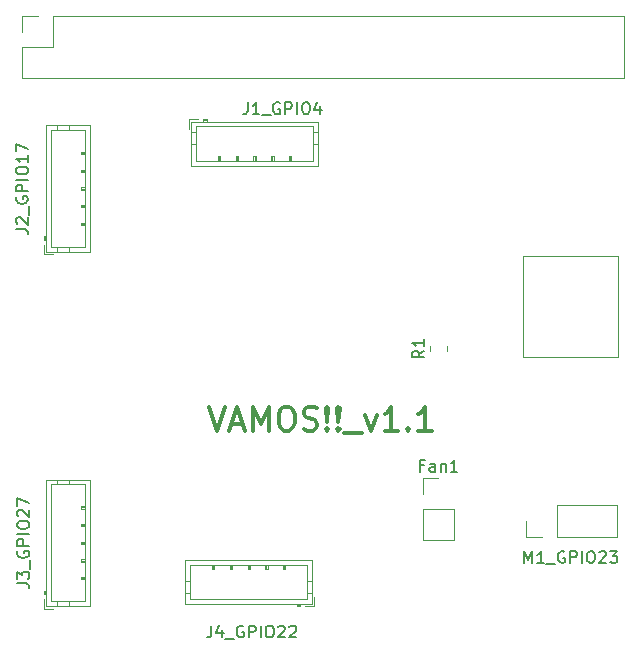
<source format=gbr>
%TF.GenerationSoftware,KiCad,Pcbnew,8.0.1*%
%TF.CreationDate,2024-09-23T21:20:22+09:00*%
%TF.ProjectId,Test2,54657374-322e-46b6-9963-61645f706362,rev?*%
%TF.SameCoordinates,Original*%
%TF.FileFunction,Legend,Top*%
%TF.FilePolarity,Positive*%
%FSLAX46Y46*%
G04 Gerber Fmt 4.6, Leading zero omitted, Abs format (unit mm)*
G04 Created by KiCad (PCBNEW 8.0.1) date 2024-09-23 21:20:22*
%MOMM*%
%LPD*%
G01*
G04 APERTURE LIST*
%ADD10C,0.300000*%
%ADD11C,0.150000*%
%ADD12C,0.120000*%
%ADD13C,0.100000*%
G04 APERTURE END LIST*
D10*
X112387844Y-114739638D02*
X113054510Y-116739638D01*
X113054510Y-116739638D02*
X113721177Y-114739638D01*
X114292606Y-116168209D02*
X115244987Y-116168209D01*
X114102130Y-116739638D02*
X114768796Y-114739638D01*
X114768796Y-114739638D02*
X115435463Y-116739638D01*
X116102130Y-116739638D02*
X116102130Y-114739638D01*
X116102130Y-114739638D02*
X116768797Y-116168209D01*
X116768797Y-116168209D02*
X117435463Y-114739638D01*
X117435463Y-114739638D02*
X117435463Y-116739638D01*
X118768796Y-114739638D02*
X119149749Y-114739638D01*
X119149749Y-114739638D02*
X119340225Y-114834876D01*
X119340225Y-114834876D02*
X119530701Y-115025352D01*
X119530701Y-115025352D02*
X119625939Y-115406304D01*
X119625939Y-115406304D02*
X119625939Y-116072971D01*
X119625939Y-116072971D02*
X119530701Y-116453923D01*
X119530701Y-116453923D02*
X119340225Y-116644400D01*
X119340225Y-116644400D02*
X119149749Y-116739638D01*
X119149749Y-116739638D02*
X118768796Y-116739638D01*
X118768796Y-116739638D02*
X118578320Y-116644400D01*
X118578320Y-116644400D02*
X118387844Y-116453923D01*
X118387844Y-116453923D02*
X118292606Y-116072971D01*
X118292606Y-116072971D02*
X118292606Y-115406304D01*
X118292606Y-115406304D02*
X118387844Y-115025352D01*
X118387844Y-115025352D02*
X118578320Y-114834876D01*
X118578320Y-114834876D02*
X118768796Y-114739638D01*
X120387844Y-116644400D02*
X120673558Y-116739638D01*
X120673558Y-116739638D02*
X121149749Y-116739638D01*
X121149749Y-116739638D02*
X121340225Y-116644400D01*
X121340225Y-116644400D02*
X121435463Y-116549161D01*
X121435463Y-116549161D02*
X121530701Y-116358685D01*
X121530701Y-116358685D02*
X121530701Y-116168209D01*
X121530701Y-116168209D02*
X121435463Y-115977733D01*
X121435463Y-115977733D02*
X121340225Y-115882495D01*
X121340225Y-115882495D02*
X121149749Y-115787257D01*
X121149749Y-115787257D02*
X120768796Y-115692019D01*
X120768796Y-115692019D02*
X120578320Y-115596780D01*
X120578320Y-115596780D02*
X120483082Y-115501542D01*
X120483082Y-115501542D02*
X120387844Y-115311066D01*
X120387844Y-115311066D02*
X120387844Y-115120590D01*
X120387844Y-115120590D02*
X120483082Y-114930114D01*
X120483082Y-114930114D02*
X120578320Y-114834876D01*
X120578320Y-114834876D02*
X120768796Y-114739638D01*
X120768796Y-114739638D02*
X121244987Y-114739638D01*
X121244987Y-114739638D02*
X121530701Y-114834876D01*
X122387844Y-116549161D02*
X122483082Y-116644400D01*
X122483082Y-116644400D02*
X122387844Y-116739638D01*
X122387844Y-116739638D02*
X122292606Y-116644400D01*
X122292606Y-116644400D02*
X122387844Y-116549161D01*
X122387844Y-116549161D02*
X122387844Y-116739638D01*
X122387844Y-115977733D02*
X122292606Y-114834876D01*
X122292606Y-114834876D02*
X122387844Y-114739638D01*
X122387844Y-114739638D02*
X122483082Y-114834876D01*
X122483082Y-114834876D02*
X122387844Y-115977733D01*
X122387844Y-115977733D02*
X122387844Y-114739638D01*
X123340225Y-116549161D02*
X123435463Y-116644400D01*
X123435463Y-116644400D02*
X123340225Y-116739638D01*
X123340225Y-116739638D02*
X123244987Y-116644400D01*
X123244987Y-116644400D02*
X123340225Y-116549161D01*
X123340225Y-116549161D02*
X123340225Y-116739638D01*
X123340225Y-115977733D02*
X123244987Y-114834876D01*
X123244987Y-114834876D02*
X123340225Y-114739638D01*
X123340225Y-114739638D02*
X123435463Y-114834876D01*
X123435463Y-114834876D02*
X123340225Y-115977733D01*
X123340225Y-115977733D02*
X123340225Y-114739638D01*
X123816416Y-116930114D02*
X125340225Y-116930114D01*
X125625940Y-115406304D02*
X126102130Y-116739638D01*
X126102130Y-116739638D02*
X126578321Y-115406304D01*
X128387845Y-116739638D02*
X127244988Y-116739638D01*
X127816416Y-116739638D02*
X127816416Y-114739638D01*
X127816416Y-114739638D02*
X127625940Y-115025352D01*
X127625940Y-115025352D02*
X127435464Y-115215828D01*
X127435464Y-115215828D02*
X127244988Y-115311066D01*
X129244988Y-116549161D02*
X129340226Y-116644400D01*
X129340226Y-116644400D02*
X129244988Y-116739638D01*
X129244988Y-116739638D02*
X129149750Y-116644400D01*
X129149750Y-116644400D02*
X129244988Y-116549161D01*
X129244988Y-116549161D02*
X129244988Y-116739638D01*
X131244988Y-116739638D02*
X130102131Y-116739638D01*
X130673559Y-116739638D02*
X130673559Y-114739638D01*
X130673559Y-114739638D02*
X130483083Y-115025352D01*
X130483083Y-115025352D02*
X130292607Y-115215828D01*
X130292607Y-115215828D02*
X130102131Y-115311066D01*
D11*
X130604819Y-109966666D02*
X130128628Y-110299999D01*
X130604819Y-110538094D02*
X129604819Y-110538094D01*
X129604819Y-110538094D02*
X129604819Y-110157142D01*
X129604819Y-110157142D02*
X129652438Y-110061904D01*
X129652438Y-110061904D02*
X129700057Y-110014285D01*
X129700057Y-110014285D02*
X129795295Y-109966666D01*
X129795295Y-109966666D02*
X129938152Y-109966666D01*
X129938152Y-109966666D02*
X130033390Y-110014285D01*
X130033390Y-110014285D02*
X130081009Y-110061904D01*
X130081009Y-110061904D02*
X130128628Y-110157142D01*
X130128628Y-110157142D02*
X130128628Y-110538094D01*
X130604819Y-109014285D02*
X130604819Y-109585713D01*
X130604819Y-109299999D02*
X129604819Y-109299999D01*
X129604819Y-109299999D02*
X129747676Y-109395237D01*
X129747676Y-109395237D02*
X129842914Y-109490475D01*
X129842914Y-109490475D02*
X129890533Y-109585713D01*
X130561904Y-119701009D02*
X130228571Y-119701009D01*
X130228571Y-120224819D02*
X130228571Y-119224819D01*
X130228571Y-119224819D02*
X130704761Y-119224819D01*
X131514285Y-120224819D02*
X131514285Y-119701009D01*
X131514285Y-119701009D02*
X131466666Y-119605771D01*
X131466666Y-119605771D02*
X131371428Y-119558152D01*
X131371428Y-119558152D02*
X131180952Y-119558152D01*
X131180952Y-119558152D02*
X131085714Y-119605771D01*
X131514285Y-120177200D02*
X131419047Y-120224819D01*
X131419047Y-120224819D02*
X131180952Y-120224819D01*
X131180952Y-120224819D02*
X131085714Y-120177200D01*
X131085714Y-120177200D02*
X131038095Y-120081961D01*
X131038095Y-120081961D02*
X131038095Y-119986723D01*
X131038095Y-119986723D02*
X131085714Y-119891485D01*
X131085714Y-119891485D02*
X131180952Y-119843866D01*
X131180952Y-119843866D02*
X131419047Y-119843866D01*
X131419047Y-119843866D02*
X131514285Y-119796247D01*
X131990476Y-119558152D02*
X131990476Y-120224819D01*
X131990476Y-119653390D02*
X132038095Y-119605771D01*
X132038095Y-119605771D02*
X132133333Y-119558152D01*
X132133333Y-119558152D02*
X132276190Y-119558152D01*
X132276190Y-119558152D02*
X132371428Y-119605771D01*
X132371428Y-119605771D02*
X132419047Y-119701009D01*
X132419047Y-119701009D02*
X132419047Y-120224819D01*
X133419047Y-120224819D02*
X132847619Y-120224819D01*
X133133333Y-120224819D02*
X133133333Y-119224819D01*
X133133333Y-119224819D02*
X133038095Y-119367676D01*
X133038095Y-119367676D02*
X132942857Y-119462914D01*
X132942857Y-119462914D02*
X132847619Y-119510533D01*
X96054819Y-99678571D02*
X96769104Y-99678571D01*
X96769104Y-99678571D02*
X96911961Y-99726190D01*
X96911961Y-99726190D02*
X97007200Y-99821428D01*
X97007200Y-99821428D02*
X97054819Y-99964285D01*
X97054819Y-99964285D02*
X97054819Y-100059523D01*
X96150057Y-99249999D02*
X96102438Y-99202380D01*
X96102438Y-99202380D02*
X96054819Y-99107142D01*
X96054819Y-99107142D02*
X96054819Y-98869047D01*
X96054819Y-98869047D02*
X96102438Y-98773809D01*
X96102438Y-98773809D02*
X96150057Y-98726190D01*
X96150057Y-98726190D02*
X96245295Y-98678571D01*
X96245295Y-98678571D02*
X96340533Y-98678571D01*
X96340533Y-98678571D02*
X96483390Y-98726190D01*
X96483390Y-98726190D02*
X97054819Y-99297618D01*
X97054819Y-99297618D02*
X97054819Y-98678571D01*
X97150057Y-98488095D02*
X97150057Y-97726190D01*
X96102438Y-96964285D02*
X96054819Y-97059523D01*
X96054819Y-97059523D02*
X96054819Y-97202380D01*
X96054819Y-97202380D02*
X96102438Y-97345237D01*
X96102438Y-97345237D02*
X96197676Y-97440475D01*
X96197676Y-97440475D02*
X96292914Y-97488094D01*
X96292914Y-97488094D02*
X96483390Y-97535713D01*
X96483390Y-97535713D02*
X96626247Y-97535713D01*
X96626247Y-97535713D02*
X96816723Y-97488094D01*
X96816723Y-97488094D02*
X96911961Y-97440475D01*
X96911961Y-97440475D02*
X97007200Y-97345237D01*
X97007200Y-97345237D02*
X97054819Y-97202380D01*
X97054819Y-97202380D02*
X97054819Y-97107142D01*
X97054819Y-97107142D02*
X97007200Y-96964285D01*
X97007200Y-96964285D02*
X96959580Y-96916666D01*
X96959580Y-96916666D02*
X96626247Y-96916666D01*
X96626247Y-96916666D02*
X96626247Y-97107142D01*
X97054819Y-96488094D02*
X96054819Y-96488094D01*
X96054819Y-96488094D02*
X96054819Y-96107142D01*
X96054819Y-96107142D02*
X96102438Y-96011904D01*
X96102438Y-96011904D02*
X96150057Y-95964285D01*
X96150057Y-95964285D02*
X96245295Y-95916666D01*
X96245295Y-95916666D02*
X96388152Y-95916666D01*
X96388152Y-95916666D02*
X96483390Y-95964285D01*
X96483390Y-95964285D02*
X96531009Y-96011904D01*
X96531009Y-96011904D02*
X96578628Y-96107142D01*
X96578628Y-96107142D02*
X96578628Y-96488094D01*
X97054819Y-95488094D02*
X96054819Y-95488094D01*
X96054819Y-94821428D02*
X96054819Y-94630952D01*
X96054819Y-94630952D02*
X96102438Y-94535714D01*
X96102438Y-94535714D02*
X96197676Y-94440476D01*
X96197676Y-94440476D02*
X96388152Y-94392857D01*
X96388152Y-94392857D02*
X96721485Y-94392857D01*
X96721485Y-94392857D02*
X96911961Y-94440476D01*
X96911961Y-94440476D02*
X97007200Y-94535714D01*
X97007200Y-94535714D02*
X97054819Y-94630952D01*
X97054819Y-94630952D02*
X97054819Y-94821428D01*
X97054819Y-94821428D02*
X97007200Y-94916666D01*
X97007200Y-94916666D02*
X96911961Y-95011904D01*
X96911961Y-95011904D02*
X96721485Y-95059523D01*
X96721485Y-95059523D02*
X96388152Y-95059523D01*
X96388152Y-95059523D02*
X96197676Y-95011904D01*
X96197676Y-95011904D02*
X96102438Y-94916666D01*
X96102438Y-94916666D02*
X96054819Y-94821428D01*
X97054819Y-93440476D02*
X97054819Y-94011904D01*
X97054819Y-93726190D02*
X96054819Y-93726190D01*
X96054819Y-93726190D02*
X96197676Y-93821428D01*
X96197676Y-93821428D02*
X96292914Y-93916666D01*
X96292914Y-93916666D02*
X96340533Y-94011904D01*
X96054819Y-93107142D02*
X96054819Y-92440476D01*
X96054819Y-92440476D02*
X97054819Y-92869047D01*
X115647619Y-88954819D02*
X115647619Y-89669104D01*
X115647619Y-89669104D02*
X115600000Y-89811961D01*
X115600000Y-89811961D02*
X115504762Y-89907200D01*
X115504762Y-89907200D02*
X115361905Y-89954819D01*
X115361905Y-89954819D02*
X115266667Y-89954819D01*
X116647619Y-89954819D02*
X116076191Y-89954819D01*
X116361905Y-89954819D02*
X116361905Y-88954819D01*
X116361905Y-88954819D02*
X116266667Y-89097676D01*
X116266667Y-89097676D02*
X116171429Y-89192914D01*
X116171429Y-89192914D02*
X116076191Y-89240533D01*
X116838096Y-90050057D02*
X117600000Y-90050057D01*
X118361905Y-89002438D02*
X118266667Y-88954819D01*
X118266667Y-88954819D02*
X118123810Y-88954819D01*
X118123810Y-88954819D02*
X117980953Y-89002438D01*
X117980953Y-89002438D02*
X117885715Y-89097676D01*
X117885715Y-89097676D02*
X117838096Y-89192914D01*
X117838096Y-89192914D02*
X117790477Y-89383390D01*
X117790477Y-89383390D02*
X117790477Y-89526247D01*
X117790477Y-89526247D02*
X117838096Y-89716723D01*
X117838096Y-89716723D02*
X117885715Y-89811961D01*
X117885715Y-89811961D02*
X117980953Y-89907200D01*
X117980953Y-89907200D02*
X118123810Y-89954819D01*
X118123810Y-89954819D02*
X118219048Y-89954819D01*
X118219048Y-89954819D02*
X118361905Y-89907200D01*
X118361905Y-89907200D02*
X118409524Y-89859580D01*
X118409524Y-89859580D02*
X118409524Y-89526247D01*
X118409524Y-89526247D02*
X118219048Y-89526247D01*
X118838096Y-89954819D02*
X118838096Y-88954819D01*
X118838096Y-88954819D02*
X119219048Y-88954819D01*
X119219048Y-88954819D02*
X119314286Y-89002438D01*
X119314286Y-89002438D02*
X119361905Y-89050057D01*
X119361905Y-89050057D02*
X119409524Y-89145295D01*
X119409524Y-89145295D02*
X119409524Y-89288152D01*
X119409524Y-89288152D02*
X119361905Y-89383390D01*
X119361905Y-89383390D02*
X119314286Y-89431009D01*
X119314286Y-89431009D02*
X119219048Y-89478628D01*
X119219048Y-89478628D02*
X118838096Y-89478628D01*
X119838096Y-89954819D02*
X119838096Y-88954819D01*
X120504762Y-88954819D02*
X120695238Y-88954819D01*
X120695238Y-88954819D02*
X120790476Y-89002438D01*
X120790476Y-89002438D02*
X120885714Y-89097676D01*
X120885714Y-89097676D02*
X120933333Y-89288152D01*
X120933333Y-89288152D02*
X120933333Y-89621485D01*
X120933333Y-89621485D02*
X120885714Y-89811961D01*
X120885714Y-89811961D02*
X120790476Y-89907200D01*
X120790476Y-89907200D02*
X120695238Y-89954819D01*
X120695238Y-89954819D02*
X120504762Y-89954819D01*
X120504762Y-89954819D02*
X120409524Y-89907200D01*
X120409524Y-89907200D02*
X120314286Y-89811961D01*
X120314286Y-89811961D02*
X120266667Y-89621485D01*
X120266667Y-89621485D02*
X120266667Y-89288152D01*
X120266667Y-89288152D02*
X120314286Y-89097676D01*
X120314286Y-89097676D02*
X120409524Y-89002438D01*
X120409524Y-89002438D02*
X120504762Y-88954819D01*
X121790476Y-89288152D02*
X121790476Y-89954819D01*
X121552381Y-88907200D02*
X121314286Y-89621485D01*
X121314286Y-89621485D02*
X121933333Y-89621485D01*
X112571428Y-133254819D02*
X112571428Y-133969104D01*
X112571428Y-133969104D02*
X112523809Y-134111961D01*
X112523809Y-134111961D02*
X112428571Y-134207200D01*
X112428571Y-134207200D02*
X112285714Y-134254819D01*
X112285714Y-134254819D02*
X112190476Y-134254819D01*
X113476190Y-133588152D02*
X113476190Y-134254819D01*
X113238095Y-133207200D02*
X113000000Y-133921485D01*
X113000000Y-133921485D02*
X113619047Y-133921485D01*
X113761905Y-134350057D02*
X114523809Y-134350057D01*
X115285714Y-133302438D02*
X115190476Y-133254819D01*
X115190476Y-133254819D02*
X115047619Y-133254819D01*
X115047619Y-133254819D02*
X114904762Y-133302438D01*
X114904762Y-133302438D02*
X114809524Y-133397676D01*
X114809524Y-133397676D02*
X114761905Y-133492914D01*
X114761905Y-133492914D02*
X114714286Y-133683390D01*
X114714286Y-133683390D02*
X114714286Y-133826247D01*
X114714286Y-133826247D02*
X114761905Y-134016723D01*
X114761905Y-134016723D02*
X114809524Y-134111961D01*
X114809524Y-134111961D02*
X114904762Y-134207200D01*
X114904762Y-134207200D02*
X115047619Y-134254819D01*
X115047619Y-134254819D02*
X115142857Y-134254819D01*
X115142857Y-134254819D02*
X115285714Y-134207200D01*
X115285714Y-134207200D02*
X115333333Y-134159580D01*
X115333333Y-134159580D02*
X115333333Y-133826247D01*
X115333333Y-133826247D02*
X115142857Y-133826247D01*
X115761905Y-134254819D02*
X115761905Y-133254819D01*
X115761905Y-133254819D02*
X116142857Y-133254819D01*
X116142857Y-133254819D02*
X116238095Y-133302438D01*
X116238095Y-133302438D02*
X116285714Y-133350057D01*
X116285714Y-133350057D02*
X116333333Y-133445295D01*
X116333333Y-133445295D02*
X116333333Y-133588152D01*
X116333333Y-133588152D02*
X116285714Y-133683390D01*
X116285714Y-133683390D02*
X116238095Y-133731009D01*
X116238095Y-133731009D02*
X116142857Y-133778628D01*
X116142857Y-133778628D02*
X115761905Y-133778628D01*
X116761905Y-134254819D02*
X116761905Y-133254819D01*
X117428571Y-133254819D02*
X117619047Y-133254819D01*
X117619047Y-133254819D02*
X117714285Y-133302438D01*
X117714285Y-133302438D02*
X117809523Y-133397676D01*
X117809523Y-133397676D02*
X117857142Y-133588152D01*
X117857142Y-133588152D02*
X117857142Y-133921485D01*
X117857142Y-133921485D02*
X117809523Y-134111961D01*
X117809523Y-134111961D02*
X117714285Y-134207200D01*
X117714285Y-134207200D02*
X117619047Y-134254819D01*
X117619047Y-134254819D02*
X117428571Y-134254819D01*
X117428571Y-134254819D02*
X117333333Y-134207200D01*
X117333333Y-134207200D02*
X117238095Y-134111961D01*
X117238095Y-134111961D02*
X117190476Y-133921485D01*
X117190476Y-133921485D02*
X117190476Y-133588152D01*
X117190476Y-133588152D02*
X117238095Y-133397676D01*
X117238095Y-133397676D02*
X117333333Y-133302438D01*
X117333333Y-133302438D02*
X117428571Y-133254819D01*
X118238095Y-133350057D02*
X118285714Y-133302438D01*
X118285714Y-133302438D02*
X118380952Y-133254819D01*
X118380952Y-133254819D02*
X118619047Y-133254819D01*
X118619047Y-133254819D02*
X118714285Y-133302438D01*
X118714285Y-133302438D02*
X118761904Y-133350057D01*
X118761904Y-133350057D02*
X118809523Y-133445295D01*
X118809523Y-133445295D02*
X118809523Y-133540533D01*
X118809523Y-133540533D02*
X118761904Y-133683390D01*
X118761904Y-133683390D02*
X118190476Y-134254819D01*
X118190476Y-134254819D02*
X118809523Y-134254819D01*
X119190476Y-133350057D02*
X119238095Y-133302438D01*
X119238095Y-133302438D02*
X119333333Y-133254819D01*
X119333333Y-133254819D02*
X119571428Y-133254819D01*
X119571428Y-133254819D02*
X119666666Y-133302438D01*
X119666666Y-133302438D02*
X119714285Y-133350057D01*
X119714285Y-133350057D02*
X119761904Y-133445295D01*
X119761904Y-133445295D02*
X119761904Y-133540533D01*
X119761904Y-133540533D02*
X119714285Y-133683390D01*
X119714285Y-133683390D02*
X119142857Y-134254819D01*
X119142857Y-134254819D02*
X119761904Y-134254819D01*
X139095238Y-127954819D02*
X139095238Y-126954819D01*
X139095238Y-126954819D02*
X139428571Y-127669104D01*
X139428571Y-127669104D02*
X139761904Y-126954819D01*
X139761904Y-126954819D02*
X139761904Y-127954819D01*
X140761904Y-127954819D02*
X140190476Y-127954819D01*
X140476190Y-127954819D02*
X140476190Y-126954819D01*
X140476190Y-126954819D02*
X140380952Y-127097676D01*
X140380952Y-127097676D02*
X140285714Y-127192914D01*
X140285714Y-127192914D02*
X140190476Y-127240533D01*
X140952381Y-128050057D02*
X141714285Y-128050057D01*
X142476190Y-127002438D02*
X142380952Y-126954819D01*
X142380952Y-126954819D02*
X142238095Y-126954819D01*
X142238095Y-126954819D02*
X142095238Y-127002438D01*
X142095238Y-127002438D02*
X142000000Y-127097676D01*
X142000000Y-127097676D02*
X141952381Y-127192914D01*
X141952381Y-127192914D02*
X141904762Y-127383390D01*
X141904762Y-127383390D02*
X141904762Y-127526247D01*
X141904762Y-127526247D02*
X141952381Y-127716723D01*
X141952381Y-127716723D02*
X142000000Y-127811961D01*
X142000000Y-127811961D02*
X142095238Y-127907200D01*
X142095238Y-127907200D02*
X142238095Y-127954819D01*
X142238095Y-127954819D02*
X142333333Y-127954819D01*
X142333333Y-127954819D02*
X142476190Y-127907200D01*
X142476190Y-127907200D02*
X142523809Y-127859580D01*
X142523809Y-127859580D02*
X142523809Y-127526247D01*
X142523809Y-127526247D02*
X142333333Y-127526247D01*
X142952381Y-127954819D02*
X142952381Y-126954819D01*
X142952381Y-126954819D02*
X143333333Y-126954819D01*
X143333333Y-126954819D02*
X143428571Y-127002438D01*
X143428571Y-127002438D02*
X143476190Y-127050057D01*
X143476190Y-127050057D02*
X143523809Y-127145295D01*
X143523809Y-127145295D02*
X143523809Y-127288152D01*
X143523809Y-127288152D02*
X143476190Y-127383390D01*
X143476190Y-127383390D02*
X143428571Y-127431009D01*
X143428571Y-127431009D02*
X143333333Y-127478628D01*
X143333333Y-127478628D02*
X142952381Y-127478628D01*
X143952381Y-127954819D02*
X143952381Y-126954819D01*
X144619047Y-126954819D02*
X144809523Y-126954819D01*
X144809523Y-126954819D02*
X144904761Y-127002438D01*
X144904761Y-127002438D02*
X144999999Y-127097676D01*
X144999999Y-127097676D02*
X145047618Y-127288152D01*
X145047618Y-127288152D02*
X145047618Y-127621485D01*
X145047618Y-127621485D02*
X144999999Y-127811961D01*
X144999999Y-127811961D02*
X144904761Y-127907200D01*
X144904761Y-127907200D02*
X144809523Y-127954819D01*
X144809523Y-127954819D02*
X144619047Y-127954819D01*
X144619047Y-127954819D02*
X144523809Y-127907200D01*
X144523809Y-127907200D02*
X144428571Y-127811961D01*
X144428571Y-127811961D02*
X144380952Y-127621485D01*
X144380952Y-127621485D02*
X144380952Y-127288152D01*
X144380952Y-127288152D02*
X144428571Y-127097676D01*
X144428571Y-127097676D02*
X144523809Y-127002438D01*
X144523809Y-127002438D02*
X144619047Y-126954819D01*
X145428571Y-127050057D02*
X145476190Y-127002438D01*
X145476190Y-127002438D02*
X145571428Y-126954819D01*
X145571428Y-126954819D02*
X145809523Y-126954819D01*
X145809523Y-126954819D02*
X145904761Y-127002438D01*
X145904761Y-127002438D02*
X145952380Y-127050057D01*
X145952380Y-127050057D02*
X145999999Y-127145295D01*
X145999999Y-127145295D02*
X145999999Y-127240533D01*
X145999999Y-127240533D02*
X145952380Y-127383390D01*
X145952380Y-127383390D02*
X145380952Y-127954819D01*
X145380952Y-127954819D02*
X145999999Y-127954819D01*
X146333333Y-126954819D02*
X146952380Y-126954819D01*
X146952380Y-126954819D02*
X146619047Y-127335771D01*
X146619047Y-127335771D02*
X146761904Y-127335771D01*
X146761904Y-127335771D02*
X146857142Y-127383390D01*
X146857142Y-127383390D02*
X146904761Y-127431009D01*
X146904761Y-127431009D02*
X146952380Y-127526247D01*
X146952380Y-127526247D02*
X146952380Y-127764342D01*
X146952380Y-127764342D02*
X146904761Y-127859580D01*
X146904761Y-127859580D02*
X146857142Y-127907200D01*
X146857142Y-127907200D02*
X146761904Y-127954819D01*
X146761904Y-127954819D02*
X146476190Y-127954819D01*
X146476190Y-127954819D02*
X146380952Y-127907200D01*
X146380952Y-127907200D02*
X146333333Y-127859580D01*
X96154819Y-129678571D02*
X96869104Y-129678571D01*
X96869104Y-129678571D02*
X97011961Y-129726190D01*
X97011961Y-129726190D02*
X97107200Y-129821428D01*
X97107200Y-129821428D02*
X97154819Y-129964285D01*
X97154819Y-129964285D02*
X97154819Y-130059523D01*
X96154819Y-129297618D02*
X96154819Y-128678571D01*
X96154819Y-128678571D02*
X96535771Y-129011904D01*
X96535771Y-129011904D02*
X96535771Y-128869047D01*
X96535771Y-128869047D02*
X96583390Y-128773809D01*
X96583390Y-128773809D02*
X96631009Y-128726190D01*
X96631009Y-128726190D02*
X96726247Y-128678571D01*
X96726247Y-128678571D02*
X96964342Y-128678571D01*
X96964342Y-128678571D02*
X97059580Y-128726190D01*
X97059580Y-128726190D02*
X97107200Y-128773809D01*
X97107200Y-128773809D02*
X97154819Y-128869047D01*
X97154819Y-128869047D02*
X97154819Y-129154761D01*
X97154819Y-129154761D02*
X97107200Y-129249999D01*
X97107200Y-129249999D02*
X97059580Y-129297618D01*
X97250057Y-128488095D02*
X97250057Y-127726190D01*
X96202438Y-126964285D02*
X96154819Y-127059523D01*
X96154819Y-127059523D02*
X96154819Y-127202380D01*
X96154819Y-127202380D02*
X96202438Y-127345237D01*
X96202438Y-127345237D02*
X96297676Y-127440475D01*
X96297676Y-127440475D02*
X96392914Y-127488094D01*
X96392914Y-127488094D02*
X96583390Y-127535713D01*
X96583390Y-127535713D02*
X96726247Y-127535713D01*
X96726247Y-127535713D02*
X96916723Y-127488094D01*
X96916723Y-127488094D02*
X97011961Y-127440475D01*
X97011961Y-127440475D02*
X97107200Y-127345237D01*
X97107200Y-127345237D02*
X97154819Y-127202380D01*
X97154819Y-127202380D02*
X97154819Y-127107142D01*
X97154819Y-127107142D02*
X97107200Y-126964285D01*
X97107200Y-126964285D02*
X97059580Y-126916666D01*
X97059580Y-126916666D02*
X96726247Y-126916666D01*
X96726247Y-126916666D02*
X96726247Y-127107142D01*
X97154819Y-126488094D02*
X96154819Y-126488094D01*
X96154819Y-126488094D02*
X96154819Y-126107142D01*
X96154819Y-126107142D02*
X96202438Y-126011904D01*
X96202438Y-126011904D02*
X96250057Y-125964285D01*
X96250057Y-125964285D02*
X96345295Y-125916666D01*
X96345295Y-125916666D02*
X96488152Y-125916666D01*
X96488152Y-125916666D02*
X96583390Y-125964285D01*
X96583390Y-125964285D02*
X96631009Y-126011904D01*
X96631009Y-126011904D02*
X96678628Y-126107142D01*
X96678628Y-126107142D02*
X96678628Y-126488094D01*
X97154819Y-125488094D02*
X96154819Y-125488094D01*
X96154819Y-124821428D02*
X96154819Y-124630952D01*
X96154819Y-124630952D02*
X96202438Y-124535714D01*
X96202438Y-124535714D02*
X96297676Y-124440476D01*
X96297676Y-124440476D02*
X96488152Y-124392857D01*
X96488152Y-124392857D02*
X96821485Y-124392857D01*
X96821485Y-124392857D02*
X97011961Y-124440476D01*
X97011961Y-124440476D02*
X97107200Y-124535714D01*
X97107200Y-124535714D02*
X97154819Y-124630952D01*
X97154819Y-124630952D02*
X97154819Y-124821428D01*
X97154819Y-124821428D02*
X97107200Y-124916666D01*
X97107200Y-124916666D02*
X97011961Y-125011904D01*
X97011961Y-125011904D02*
X96821485Y-125059523D01*
X96821485Y-125059523D02*
X96488152Y-125059523D01*
X96488152Y-125059523D02*
X96297676Y-125011904D01*
X96297676Y-125011904D02*
X96202438Y-124916666D01*
X96202438Y-124916666D02*
X96154819Y-124821428D01*
X96250057Y-124011904D02*
X96202438Y-123964285D01*
X96202438Y-123964285D02*
X96154819Y-123869047D01*
X96154819Y-123869047D02*
X96154819Y-123630952D01*
X96154819Y-123630952D02*
X96202438Y-123535714D01*
X96202438Y-123535714D02*
X96250057Y-123488095D01*
X96250057Y-123488095D02*
X96345295Y-123440476D01*
X96345295Y-123440476D02*
X96440533Y-123440476D01*
X96440533Y-123440476D02*
X96583390Y-123488095D01*
X96583390Y-123488095D02*
X97154819Y-124059523D01*
X97154819Y-124059523D02*
X97154819Y-123440476D01*
X96154819Y-123107142D02*
X96154819Y-122440476D01*
X96154819Y-122440476D02*
X97154819Y-122869047D01*
D12*
%TO.C,R1*%
X131065000Y-110027064D02*
X131065000Y-109572936D01*
X132535000Y-110027064D02*
X132535000Y-109572936D01*
%TO.C,Fan1*%
X130470000Y-120770000D02*
X131800000Y-120770000D01*
X130470000Y-122100000D02*
X130470000Y-120770000D01*
X130470000Y-123370000D02*
X130470000Y-125970000D01*
X130470000Y-123370000D02*
X133130000Y-123370000D01*
X130470000Y-125970000D02*
X133130000Y-125970000D01*
X133130000Y-123370000D02*
X133130000Y-125970000D01*
%TO.C,J2_GPIO17*%
X102310000Y-101610000D02*
X102310000Y-90890000D01*
X102310000Y-90890000D02*
X98590000Y-90890000D01*
X101910000Y-101210000D02*
X101910000Y-91290000D01*
X101910000Y-99350000D02*
X101510000Y-99350000D01*
X101910000Y-99250000D02*
X101510000Y-99250000D01*
X101910000Y-97850000D02*
X101510000Y-97850000D01*
X101910000Y-97750000D02*
X101510000Y-97750000D01*
X101910000Y-96350000D02*
X101510000Y-96350000D01*
X101910000Y-96250000D02*
X101510000Y-96250000D01*
X101910000Y-94850000D02*
X101510000Y-94850000D01*
X101910000Y-94750000D02*
X101510000Y-94750000D01*
X101910000Y-93350000D02*
X101510000Y-93350000D01*
X101910000Y-93250000D02*
X101510000Y-93250000D01*
X101910000Y-91290000D02*
X98990000Y-91290000D01*
X101510000Y-99350000D02*
X101510000Y-99150000D01*
X101510000Y-99150000D02*
X101910000Y-99150000D01*
X101510000Y-97850000D02*
X101510000Y-97650000D01*
X101510000Y-97650000D02*
X101910000Y-97650000D01*
X101510000Y-96350000D02*
X101510000Y-96150000D01*
X101510000Y-96150000D02*
X101910000Y-96150000D01*
X101510000Y-94850000D02*
X101510000Y-94650000D01*
X101510000Y-94650000D02*
X101910000Y-94650000D01*
X101510000Y-93350000D02*
X101510000Y-93150000D01*
X101510000Y-93150000D02*
X101910000Y-93150000D01*
X100500000Y-101610000D02*
X100500000Y-101210000D01*
X100500000Y-90890000D02*
X100500000Y-91290000D01*
X99500000Y-101610000D02*
X99500000Y-101210000D01*
X99500000Y-90890000D02*
X99500000Y-91290000D01*
X98990000Y-101210000D02*
X101910000Y-101210000D01*
X98990000Y-91290000D02*
X98990000Y-101210000D01*
X98590000Y-101610000D02*
X102310000Y-101610000D01*
X98590000Y-100300000D02*
X98390000Y-100300000D01*
X98590000Y-90890000D02*
X98590000Y-101610000D01*
X98490000Y-100300000D02*
X98490000Y-100600000D01*
X98390000Y-101810000D02*
X99190000Y-101810000D01*
X98390000Y-101010000D02*
X98390000Y-101810000D01*
X98390000Y-100600000D02*
X98590000Y-100600000D01*
X98390000Y-100300000D02*
X98390000Y-100600000D01*
%TO.C,SW1_GPIO8*%
D13*
X139000000Y-102000000D02*
X147000000Y-102000000D01*
X147000000Y-110500000D01*
X139000000Y-110500000D01*
X139000000Y-102000000D01*
D12*
%TO.C,J1_GPIO4*%
X110690000Y-90390000D02*
X110690000Y-91190000D01*
X110890000Y-90590000D02*
X110890000Y-94310000D01*
X110890000Y-91500000D02*
X111290000Y-91500000D01*
X110890000Y-92500000D02*
X111290000Y-92500000D01*
X110890000Y-94310000D02*
X121610000Y-94310000D01*
X111290000Y-90990000D02*
X111290000Y-93910000D01*
X111290000Y-93910000D02*
X121210000Y-93910000D01*
X111490000Y-90390000D02*
X110690000Y-90390000D01*
X111900000Y-90390000D02*
X111900000Y-90590000D01*
X112200000Y-90390000D02*
X111900000Y-90390000D01*
X112200000Y-90490000D02*
X111900000Y-90490000D01*
X112200000Y-90590000D02*
X112200000Y-90390000D01*
X113150000Y-93510000D02*
X113350000Y-93510000D01*
X113150000Y-93910000D02*
X113150000Y-93510000D01*
X113250000Y-93910000D02*
X113250000Y-93510000D01*
X113350000Y-93510000D02*
X113350000Y-93910000D01*
X114650000Y-93510000D02*
X114850000Y-93510000D01*
X114650000Y-93910000D02*
X114650000Y-93510000D01*
X114750000Y-93910000D02*
X114750000Y-93510000D01*
X114850000Y-93510000D02*
X114850000Y-93910000D01*
X116150000Y-93510000D02*
X116350000Y-93510000D01*
X116150000Y-93910000D02*
X116150000Y-93510000D01*
X116250000Y-93910000D02*
X116250000Y-93510000D01*
X116350000Y-93510000D02*
X116350000Y-93910000D01*
X117650000Y-93510000D02*
X117850000Y-93510000D01*
X117650000Y-93910000D02*
X117650000Y-93510000D01*
X117750000Y-93910000D02*
X117750000Y-93510000D01*
X117850000Y-93510000D02*
X117850000Y-93910000D01*
X119150000Y-93510000D02*
X119350000Y-93510000D01*
X119150000Y-93910000D02*
X119150000Y-93510000D01*
X119250000Y-93910000D02*
X119250000Y-93510000D01*
X119350000Y-93510000D02*
X119350000Y-93910000D01*
X121210000Y-90990000D02*
X111290000Y-90990000D01*
X121210000Y-93910000D02*
X121210000Y-90990000D01*
X121610000Y-90590000D02*
X110890000Y-90590000D01*
X121610000Y-91500000D02*
X121210000Y-91500000D01*
X121610000Y-92500000D02*
X121210000Y-92500000D01*
X121610000Y-94310000D02*
X121610000Y-90590000D01*
%TO.C,J4_GPIO22*%
X110390000Y-127690000D02*
X110390000Y-131410000D01*
X110390000Y-129500000D02*
X110790000Y-129500000D01*
X110390000Y-130500000D02*
X110790000Y-130500000D01*
X110390000Y-131410000D02*
X121110000Y-131410000D01*
X110790000Y-128090000D02*
X110790000Y-131010000D01*
X110790000Y-131010000D02*
X120710000Y-131010000D01*
X112650000Y-128490000D02*
X112650000Y-128090000D01*
X112750000Y-128090000D02*
X112750000Y-128490000D01*
X112850000Y-128090000D02*
X112850000Y-128490000D01*
X112850000Y-128490000D02*
X112650000Y-128490000D01*
X114150000Y-128490000D02*
X114150000Y-128090000D01*
X114250000Y-128090000D02*
X114250000Y-128490000D01*
X114350000Y-128090000D02*
X114350000Y-128490000D01*
X114350000Y-128490000D02*
X114150000Y-128490000D01*
X115650000Y-128490000D02*
X115650000Y-128090000D01*
X115750000Y-128090000D02*
X115750000Y-128490000D01*
X115850000Y-128090000D02*
X115850000Y-128490000D01*
X115850000Y-128490000D02*
X115650000Y-128490000D01*
X117150000Y-128490000D02*
X117150000Y-128090000D01*
X117250000Y-128090000D02*
X117250000Y-128490000D01*
X117350000Y-128090000D02*
X117350000Y-128490000D01*
X117350000Y-128490000D02*
X117150000Y-128490000D01*
X118650000Y-128490000D02*
X118650000Y-128090000D01*
X118750000Y-128090000D02*
X118750000Y-128490000D01*
X118850000Y-128090000D02*
X118850000Y-128490000D01*
X118850000Y-128490000D02*
X118650000Y-128490000D01*
X119800000Y-131410000D02*
X119800000Y-131610000D01*
X119800000Y-131510000D02*
X120100000Y-131510000D01*
X119800000Y-131610000D02*
X120100000Y-131610000D01*
X120100000Y-131610000D02*
X120100000Y-131410000D01*
X120510000Y-131610000D02*
X121310000Y-131610000D01*
X120710000Y-128090000D02*
X110790000Y-128090000D01*
X120710000Y-131010000D02*
X120710000Y-128090000D01*
X121110000Y-127690000D02*
X110390000Y-127690000D01*
X121110000Y-129500000D02*
X120710000Y-129500000D01*
X121110000Y-130500000D02*
X120710000Y-130500000D01*
X121110000Y-131410000D02*
X121110000Y-127690000D01*
X121310000Y-131610000D02*
X121310000Y-130810000D01*
%TO.C,M1_GPIO23*%
X139230000Y-125730000D02*
X139230000Y-124400000D01*
X140560000Y-125730000D02*
X139230000Y-125730000D01*
X141830000Y-123070000D02*
X146970000Y-123070000D01*
X141830000Y-125730000D02*
X141830000Y-123070000D01*
X141830000Y-125730000D02*
X146970000Y-125730000D01*
X146970000Y-125730000D02*
X146970000Y-123070000D01*
%TO.C,J1*%
X96590000Y-81670000D02*
X97920000Y-81670000D01*
X96590000Y-83000000D02*
X96590000Y-81670000D01*
X96590000Y-84270000D02*
X99190000Y-84270000D01*
X96590000Y-86870000D02*
X96590000Y-84270000D01*
X96590000Y-86870000D02*
X147510000Y-86870000D01*
X99190000Y-81670000D02*
X147510000Y-81670000D01*
X99190000Y-84270000D02*
X99190000Y-81670000D01*
X147510000Y-86870000D02*
X147510000Y-81670000D01*
%TO.C,J3_GPIO27*%
X102310000Y-131610000D02*
X102310000Y-120890000D01*
X102310000Y-120890000D02*
X98590000Y-120890000D01*
X101910000Y-131210000D02*
X101910000Y-121290000D01*
X101910000Y-129350000D02*
X101510000Y-129350000D01*
X101910000Y-129250000D02*
X101510000Y-129250000D01*
X101910000Y-127850000D02*
X101510000Y-127850000D01*
X101910000Y-127750000D02*
X101510000Y-127750000D01*
X101910000Y-126350000D02*
X101510000Y-126350000D01*
X101910000Y-126250000D02*
X101510000Y-126250000D01*
X101910000Y-124850000D02*
X101510000Y-124850000D01*
X101910000Y-124750000D02*
X101510000Y-124750000D01*
X101910000Y-123350000D02*
X101510000Y-123350000D01*
X101910000Y-123250000D02*
X101510000Y-123250000D01*
X101910000Y-121290000D02*
X98990000Y-121290000D01*
X101510000Y-129350000D02*
X101510000Y-129150000D01*
X101510000Y-129150000D02*
X101910000Y-129150000D01*
X101510000Y-127850000D02*
X101510000Y-127650000D01*
X101510000Y-127650000D02*
X101910000Y-127650000D01*
X101510000Y-126350000D02*
X101510000Y-126150000D01*
X101510000Y-126150000D02*
X101910000Y-126150000D01*
X101510000Y-124850000D02*
X101510000Y-124650000D01*
X101510000Y-124650000D02*
X101910000Y-124650000D01*
X101510000Y-123350000D02*
X101510000Y-123150000D01*
X101510000Y-123150000D02*
X101910000Y-123150000D01*
X100500000Y-131610000D02*
X100500000Y-131210000D01*
X100500000Y-120890000D02*
X100500000Y-121290000D01*
X99500000Y-131610000D02*
X99500000Y-131210000D01*
X99500000Y-120890000D02*
X99500000Y-121290000D01*
X98990000Y-131210000D02*
X101910000Y-131210000D01*
X98990000Y-121290000D02*
X98990000Y-131210000D01*
X98590000Y-131610000D02*
X102310000Y-131610000D01*
X98590000Y-130300000D02*
X98390000Y-130300000D01*
X98590000Y-120890000D02*
X98590000Y-131610000D01*
X98490000Y-130300000D02*
X98490000Y-130600000D01*
X98390000Y-131810000D02*
X99190000Y-131810000D01*
X98390000Y-131010000D02*
X98390000Y-131810000D01*
X98390000Y-130600000D02*
X98590000Y-130600000D01*
X98390000Y-130300000D02*
X98390000Y-130600000D01*
%TD*%
M02*

</source>
